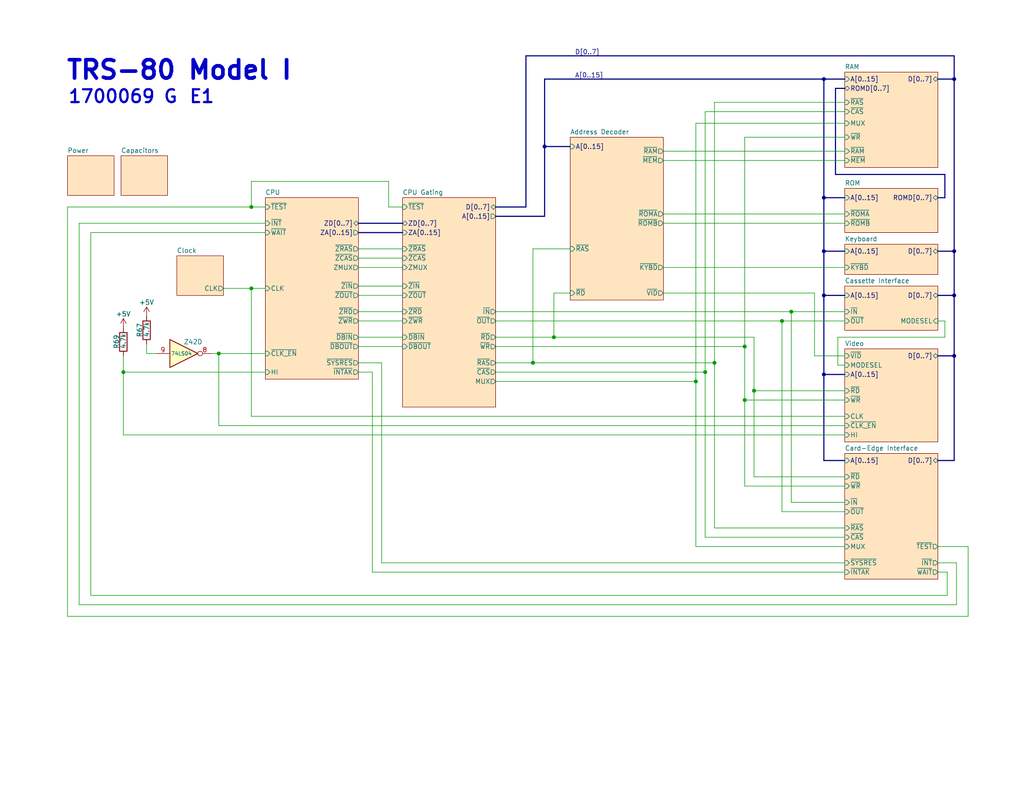
<source format=kicad_sch>
(kicad_sch (version 20230121) (generator eeschema)
  (paper "USLetter")
  (title_block (title "TRS-80 Model I G") (date "2023-12-21") (rev "E1B") (company "RetroStack - Marcel Erz") (comment 2 "Full overview of the system") (comment 4 "System Overview"))
  (lib_symbols
    (symbol "74xx:74LS04"
      (property "Reference" "U" (at 0 1.27 0))
      (property "Value" "74LS04" (at 0 -1.27 0))
      (symbol "74LS04_1_0"
        (polyline (pts (xy -3.81 3.81) (xy -3.81 -3.81) (xy 3.81 0) (xy -3.81 3.81)) (stroke (width 0.254)) (fill (type background)))
        (pin input line (at -7.62 0 0) (length 3.81) (name "~") (number "1"))
        (pin output inverted (at 7.62 0 180) (length 3.81) (name "~") (number "2"))
      )
      (symbol "74LS04_2_0"
        (polyline (pts (xy -3.81 3.81) (xy -3.81 -3.81) (xy 3.81 0) (xy -3.81 3.81)) (stroke (width 0.254)) (fill (type background)))
        (pin input line (at -7.62 0 0) (length 3.81) (name "~") (number "3"))
        (pin output inverted (at 7.62 0 180) (length 3.81) (name "~") (number "4"))
      )
      (symbol "74LS04_3_0"
        (polyline (pts (xy -3.81 3.81) (xy -3.81 -3.81) (xy 3.81 0) (xy -3.81 3.81)) (stroke (width 0.254)) (fill (type background)))
        (pin input line (at -7.62 0 0) (length 3.81) (name "~") (number "5"))
        (pin output inverted (at 7.62 0 180) (length 3.81) (name "~") (number "6"))
      )
      (symbol "74LS04_4_0"
        (polyline (pts (xy -3.81 3.81) (xy -3.81 -3.81) (xy 3.81 0) (xy -3.81 3.81)) (stroke (width 0.254)) (fill (type background)))
        (pin output inverted (at 7.62 0 180) (length 3.81) (name "~") (number "8"))
        (pin input line (at -7.62 0 0) (length 3.81) (name "~") (number "9"))
      )
      (symbol "74LS04_5_0"
        (polyline (pts (xy -3.81 3.81) (xy -3.81 -3.81) (xy 3.81 0) (xy -3.81 3.81)) (stroke (width 0.254)) (fill (type background)))
        (pin output inverted (at 7.62 0 180) (length 3.81) (name "~") (number "10"))
        (pin input line (at -7.62 0 0) (length 3.81) (name "~") (number "11"))
      )
      (symbol "74LS04_6_0"
        (polyline (pts (xy -3.81 3.81) (xy -3.81 -3.81) (xy 3.81 0) (xy -3.81 3.81)) (stroke (width 0.254)) (fill (type background)))
        (pin output inverted (at 7.62 0 180) (length 3.81) (name "~") (number "12"))
        (pin input line (at -7.62 0 0) (length 3.81) (name "~") (number "13"))
      )
      (symbol "74LS04_7_0"
        (pin power_in line (at 0 12.7 270) (length 5.08) (name "VCC") (number "14"))
        (pin power_in line (at 0 -12.7 90) (length 5.08) (name "GND") (number "7"))
      )
      (symbol "74LS04_7_1"
        (rectangle (start -5.08 7.62) (end 5.08 -7.62) (stroke (width 0.254)) (fill (type background)))
      )
    )
    (symbol "Device:R" (pin_numbers hide) (pin_names (offset 0))
      (property "Reference" "R" (at 2.032 0 90))
      (property "Value" "R" (at 0 0 90))
      (symbol "R_0_1"
        (rectangle (start -1.016 -2.54) (end 1.016 2.54) (stroke (width 0.254)))
      )
      (symbol "R_1_1"
        (pin passive line (at 0 3.81 270) (length 1.27) (name "~") (number "1"))
        (pin passive line (at 0 -3.81 90) (length 1.27) (name "~") (number "2"))
      )
    )
    (symbol "power:+5V" (power) (pin_names (offset 0))
      (property "Value" "+5V" (at 0 3.556 0))
      (symbol "+5V_0_1"
        (polyline (pts (xy -0.762 1.27) (xy 0 2.54)))
        (polyline (pts (xy 0 0) (xy 0 2.54)))
        (polyline (pts (xy 0 2.54) (xy 0.762 1.27)))
      )
      (symbol "+5V_1_1"
        (pin power_in line (at 0 0 90) (length 0) hide (name "+5V") (number "1"))
      )
    )
  )
  (junction (at 260.35 97.155))
  (junction (at 224.79 102.235))
  (junction (at 224.79 21.59))
  (junction (at 194.945 99.06))
  (junction (at 148.59 40.005))
  (junction (at 224.79 53.975))
  (junction (at 224.79 68.58))
  (junction (at 145.415 99.06))
  (junction (at 260.35 21.59))
  (junction (at 203.2 109.22))
  (junction (at 203.2 94.615))
  (junction (at 68.58 78.74))
  (junction (at 205.74 106.68))
  (junction (at 33.655 101.6))
  (junction (at 189.865 104.14))
  (junction (at 151.13 92.075))
  (junction (at 192.405 101.6))
  (junction (at 59.69 96.52))
  (junction (at 213.36 87.63))
  (junction (at 260.35 80.645))
  (junction (at 224.79 80.645))
  (junction (at 215.9 85.09))
  (junction (at 260.35 68.58))
  (junction (at 68.58 56.515))
  (wire (pts (xy 60.96 78.74) (xy 68.58 78.74)))
  (wire (pts (xy 68.58 49.53) (xy 68.58 56.515)))
  (bus (pts (xy 135.255 59.055) (xy 148.59 59.055)))
  (wire (pts (xy 97.79 73.025) (xy 109.855 73.025)))
  (wire (pts (xy 230.505 132.715) (xy 203.2 132.715)))
  (wire (pts (xy 205.74 130.175) (xy 205.74 106.68)))
  (wire (pts (xy 222.25 80.01) (xy 222.25 97.155)))
  (wire (pts (xy 213.36 139.7) (xy 213.36 87.63)))
  (wire (pts (xy 97.79 85.09) (xy 109.855 85.09)))
  (wire (pts (xy 135.255 99.06) (xy 145.415 99.06)))
  (wire (pts (xy 258.445 156.21) (xy 258.445 162.56)))
  (bus (pts (xy 97.79 60.96) (xy 109.855 60.96)))
  (bus (pts (xy 255.905 80.645) (xy 260.35 80.645)))
  (bus (pts (xy 224.79 102.235) (xy 224.79 125.73)))
  (wire (pts (xy 203.2 132.715) (xy 203.2 109.22)))
  (wire (pts (xy 192.405 30.48) (xy 230.505 30.48)))
  (bus (pts (xy 224.79 21.59) (xy 224.79 53.975)))
  (bus (pts (xy 143.51 15.24) (xy 143.51 56.515)))
  (wire (pts (xy 230.505 130.175) (xy 205.74 130.175)))
  (wire (pts (xy 106.045 56.515) (xy 109.855 56.515)))
  (bus (pts (xy 224.79 102.235) (xy 230.505 102.235)))
  (wire (pts (xy 228.6 99.695) (xy 230.505 99.695)))
  (wire (pts (xy 255.905 153.67) (xy 260.985 153.67)))
  (wire (pts (xy 97.79 99.06) (xy 104.14 99.06)))
  (wire (pts (xy 106.045 56.515) (xy 106.045 49.53)))
  (wire (pts (xy 21.59 165.1) (xy 21.59 60.96)))
  (bus (pts (xy 224.79 53.975) (xy 224.79 68.58)))
  (wire (pts (xy 97.79 70.485) (xy 109.855 70.485)))
  (wire (pts (xy 145.415 67.945) (xy 145.415 99.06)))
  (wire (pts (xy 203.2 94.615) (xy 203.2 37.465)))
  (wire (pts (xy 230.505 116.205) (xy 59.69 116.205)))
  (bus (pts (xy 148.59 21.59) (xy 148.59 40.005)))
  (wire (pts (xy 205.74 106.68) (xy 205.74 92.075)))
  (wire (pts (xy 106.045 49.53) (xy 68.58 49.53)))
  (wire (pts (xy 135.255 85.09) (xy 215.9 85.09)))
  (wire (pts (xy 68.58 56.515) (xy 72.39 56.515)))
  (wire (pts (xy 230.505 137.16) (xy 215.9 137.16)))
  (wire (pts (xy 145.415 99.06) (xy 194.945 99.06)))
  (wire (pts (xy 97.79 80.645) (xy 109.855 80.645)))
  (wire (pts (xy 203.2 37.465) (xy 230.505 37.465)))
  (wire (pts (xy 222.25 97.155) (xy 230.505 97.155)))
  (wire (pts (xy 68.58 78.74) (xy 68.58 113.665)))
  (wire (pts (xy 59.69 96.52) (xy 59.69 116.205)))
  (wire (pts (xy 180.975 41.275) (xy 230.505 41.275)))
  (wire (pts (xy 192.405 101.6) (xy 192.405 146.685)))
  (wire (pts (xy 97.79 87.63) (xy 109.855 87.63)))
  (bus (pts (xy 257.81 53.975) (xy 257.81 47.625)))
  (wire (pts (xy 180.975 58.42) (xy 230.505 58.42)))
  (wire (pts (xy 194.945 99.06) (xy 194.945 144.145)))
  (wire (pts (xy 264.16 168.275) (xy 18.415 168.275)))
  (bus (pts (xy 148.59 40.005) (xy 148.59 59.055)))
  (wire (pts (xy 189.865 33.655) (xy 230.505 33.655)))
  (wire (pts (xy 97.79 78.105) (xy 109.855 78.105)))
  (wire (pts (xy 180.975 60.96) (xy 230.505 60.96)))
  (wire (pts (xy 230.505 146.685) (xy 192.405 146.685)))
  (wire (pts (xy 257.81 92.075) (xy 228.6 92.075)))
  (wire (pts (xy 68.58 78.74) (xy 72.39 78.74)))
  (wire (pts (xy 40.005 96.52) (xy 40.005 93.98)))
  (wire (pts (xy 189.865 33.655) (xy 189.865 104.14)))
  (bus (pts (xy 260.35 68.58) (xy 260.35 80.645)))
  (bus (pts (xy 224.79 80.645) (xy 230.505 80.645)))
  (wire (pts (xy 230.505 153.67) (xy 104.14 153.67)))
  (wire (pts (xy 101.6 156.21) (xy 101.6 101.6)))
  (wire (pts (xy 59.69 96.52) (xy 72.39 96.52)))
  (bus (pts (xy 255.905 97.155) (xy 260.35 97.155)))
  (bus (pts (xy 224.79 21.59) (xy 230.505 21.59)))
  (wire (pts (xy 180.975 73.025) (xy 230.505 73.025)))
  (bus (pts (xy 97.79 63.5) (xy 109.855 63.5)))
  (bus (pts (xy 224.79 80.645) (xy 224.79 102.235)))
  (wire (pts (xy 135.255 87.63) (xy 213.36 87.63)))
  (bus (pts (xy 230.505 125.73) (xy 224.79 125.73)))
  (bus (pts (xy 255.905 53.975) (xy 257.81 53.975)))
  (wire (pts (xy 21.59 60.96) (xy 72.39 60.96)))
  (bus (pts (xy 260.35 15.24) (xy 260.35 21.59)))
  (wire (pts (xy 194.945 27.94) (xy 230.505 27.94)))
  (bus (pts (xy 148.59 40.005) (xy 155.575 40.005)))
  (bus (pts (xy 227.965 47.625) (xy 227.965 24.13)))
  (wire (pts (xy 145.415 67.945) (xy 155.575 67.945)))
  (wire (pts (xy 260.985 165.1) (xy 21.59 165.1)))
  (wire (pts (xy 40.005 96.52) (xy 42.545 96.52)))
  (wire (pts (xy 189.865 149.225) (xy 230.505 149.225)))
  (bus (pts (xy 143.51 15.24) (xy 260.35 15.24)))
  (wire (pts (xy 97.79 101.6) (xy 101.6 101.6)))
  (wire (pts (xy 189.865 104.14) (xy 189.865 149.225)))
  (wire (pts (xy 215.9 85.09) (xy 230.505 85.09)))
  (wire (pts (xy 260.985 153.67) (xy 260.985 165.1)))
  (bus (pts (xy 143.51 56.515) (xy 135.255 56.515)))
  (bus (pts (xy 255.905 21.59) (xy 260.35 21.59)))
  (wire (pts (xy 135.255 101.6) (xy 192.405 101.6)))
  (wire (pts (xy 135.255 94.615) (xy 203.2 94.615)))
  (bus (pts (xy 260.35 21.59) (xy 260.35 68.58)))
  (bus (pts (xy 227.965 24.13) (xy 230.505 24.13)))
  (wire (pts (xy 257.81 87.63) (xy 257.81 92.075)))
  (wire (pts (xy 57.785 96.52) (xy 59.69 96.52)))
  (bus (pts (xy 148.59 21.59) (xy 224.79 21.59)))
  (wire (pts (xy 33.655 97.155) (xy 33.655 101.6)))
  (wire (pts (xy 213.36 87.63) (xy 230.505 87.63)))
  (wire (pts (xy 203.2 109.22) (xy 203.2 94.615)))
  (wire (pts (xy 104.14 153.67) (xy 104.14 99.06)))
  (bus (pts (xy 224.79 68.58) (xy 230.505 68.58)))
  (bus (pts (xy 224.79 68.58) (xy 224.79 80.645)))
  (wire (pts (xy 151.13 80.01) (xy 151.13 92.075)))
  (wire (pts (xy 215.9 137.16) (xy 215.9 85.09)))
  (bus (pts (xy 255.905 68.58) (xy 260.35 68.58)))
  (wire (pts (xy 255.905 87.63) (xy 257.81 87.63)))
  (wire (pts (xy 228.6 92.075) (xy 228.6 99.695)))
  (wire (pts (xy 230.505 156.21) (xy 101.6 156.21)))
  (wire (pts (xy 258.445 162.56) (xy 24.765 162.56)))
  (wire (pts (xy 194.945 27.94) (xy 194.945 99.06)))
  (wire (pts (xy 135.255 104.14) (xy 189.865 104.14)))
  (bus (pts (xy 260.35 80.645) (xy 260.35 97.155)))
  (wire (pts (xy 230.505 113.665) (xy 68.58 113.665)))
  (bus (pts (xy 224.79 53.975) (xy 230.505 53.975)))
  (wire (pts (xy 24.765 162.56) (xy 24.765 63.5)))
  (wire (pts (xy 33.655 101.6) (xy 33.655 118.745)))
  (wire (pts (xy 264.16 149.225) (xy 264.16 168.275)))
  (wire (pts (xy 18.415 56.515) (xy 68.58 56.515)))
  (wire (pts (xy 151.13 92.075) (xy 205.74 92.075)))
  (wire (pts (xy 255.905 149.225) (xy 264.16 149.225)))
  (bus (pts (xy 257.81 47.625) (xy 227.965 47.625)))
  (wire (pts (xy 192.405 30.48) (xy 192.405 101.6)))
  (wire (pts (xy 18.415 168.275) (xy 18.415 56.515)))
  (bus (pts (xy 255.905 125.73) (xy 260.35 125.73)))
  (bus (pts (xy 260.35 97.155) (xy 260.35 125.73)))
  (wire (pts (xy 97.79 67.945) (xy 109.855 67.945)))
  (wire (pts (xy 33.655 101.6) (xy 72.39 101.6)))
  (wire (pts (xy 97.79 92.075) (xy 109.855 92.075)))
  (wire (pts (xy 97.79 94.615) (xy 109.855 94.615)))
  (wire (pts (xy 255.905 156.21) (xy 258.445 156.21)))
  (wire (pts (xy 230.505 118.745) (xy 33.655 118.745)))
  (wire (pts (xy 180.975 43.815) (xy 230.505 43.815)))
  (wire (pts (xy 180.975 80.01) (xy 222.25 80.01)))
  (wire (pts (xy 230.505 139.7) (xy 213.36 139.7)))
  (wire (pts (xy 230.505 144.145) (xy 194.945 144.145)))
  (wire (pts (xy 135.255 92.075) (xy 151.13 92.075)))
  (wire (pts (xy 155.575 80.01) (xy 151.13 80.01)))
  (wire (pts (xy 203.2 109.22) (xy 230.505 109.22)))
  (wire (pts (xy 24.765 63.5) (xy 72.39 63.5)))
  (wire (pts (xy 205.74 106.68) (xy 230.505 106.68)))
  (text "E1" (at 51.435 28.575 0) (effects (font (size 3.5 3.5) (thickness 0.6) bold) (justify left bottom)))
  (text "TRS-80 Model I" (at 17.78 22.225 0) (effects (font (size 5 5) (thickness 1) bold) (justify left bottom)))
  (text "1700069 G" (at 18.415 28.575 0) (effects (font (size 3.5 3.5) (thickness 0.6) bold) (justify left bottom)))
  (label "A[0..15]" (at 156.845 21.59 0))
  (label "D[0..7]" (at 156.845 15.24 0))
  (symbol (lib_id "Device:R") (at 40.005 90.17 0) (unit 1)
    (property "Reference" "R67" (at 38.1 92.075 90) (effects (justify left)))
    (property "Value" "4.7k" (at 40.005 92.075 90) (effects (justify left)))
    (property "Footprint" "RetroStackLibrary:TRS80_Model_I_R_0.25W" (effects hide))
  )
  (symbol (lib_id "power:+5V") (at 40.005 86.36 0) (unit 1)
    (property "Reference" "#PWR05" (effects hide))
    (property "Value" "+5V" (at 40.005 82.55 0))
  )
  (symbol (lib_id "power:+5V") (at 33.655 89.535 0) (unit 1)
    (property "Reference" "#PWR020" (effects hide))
    (property "Value" "+5V" (at 33.655 85.725 0))
  )
  (symbol (lib_id "Device:R") (at 33.655 93.345 0) (unit 1)
    (property "Reference" "R69" (at 31.75 95.25 90) (effects (justify left)))
    (property "Value" "4.7k" (at 33.655 95.25 90) (effects (justify left)))
    (property "Footprint" "RetroStackLibrary:TRS80_Model_I_R_0.25W" (effects hide))
  )
  (symbol (lib_id "74xx:74LS04") (at 50.165 96.52 0) (unit 4)
    (property "Reference" "Z42" (at 52.705 93.345 0))
    (property "Value" "74LS04" (at 49.53 96.52 0) (effects (font (size 1 1))))
    (property "Footprint" "RetroStackLibrary:TRS80_Model_I_DIP14" (effects hide))
    (property "Datasheet" "http://www.ti.com/lit/gpn/sn74LS04" (effects hide))
  )
  (sheet (at 72.39 53.975) (size 25.4 49.53) (stroke (width 0.1524)) (fill (color 255 229 191 1.0000))
    (property "Sheetname" "CPU" (at 72.39 53.2634 0) (effects (justify left bottom)))
    (property "Sheetfile" "CPU.kicad_sch" (effects hide))
    (pin "~{INT}" input (at 72.39 60.96 180))
    (pin "~{TEST}" input (at 72.39 56.515 180))
    (pin "~{INTAK}" output (at 97.79 101.6 0))
    (pin "HI" input (at 72.39 101.6 180))
    (pin "ZMUX" output (at 97.79 73.025 0))
    (pin "~{ZCAS}" output (at 97.79 70.485 0))
    (pin "ZD[0..7]" bidirectional (at 97.79 60.96 0))
    (pin "CLK" input (at 72.39 78.74 180))
    (pin "~{CLK_EN}" input (at 72.39 96.52 180))
    (pin "~{SYSRES}" output (at 97.79 99.06 0))
    (pin "ZA[0..15]" output (at 97.79 63.5 0))
    (pin "~{WAIT}" input (at 72.39 63.5 180))
    (pin "~{DBOUT}" output (at 97.79 94.615 0))
    (pin "~{DBIN}" output (at 97.79 92.075 0))
    (pin "~{ZOUT}" output (at 97.79 80.645 0))
    (pin "~{ZWR}" output (at 97.79 87.63 0))
    (pin "~{ZRD}" output (at 97.79 85.09 0))
    (pin "~{ZIN}" output (at 97.79 78.105 0))
    (pin "~{ZRAS}" output (at 97.79 67.945 0))
  )
  (sheet (at 230.505 95.25) (size 25.4 25.4) (stroke (width 0.1524)) (fill (color 255 229 191 1.0000))
    (property "Sheetname" "Video" (at 230.505 94.5384 0) (effects (justify left bottom)))
    (property "Sheetfile" "Video.kicad_sch" (effects hide))
    (pin "A[0..15]" input (at 230.505 102.235 180))
    (pin "MODESEL" input (at 230.505 99.695 180))
    (pin "HI" input (at 230.505 118.745 180))
    (pin "~{CLK_EN}" input (at 230.505 116.205 180))
    (pin "CLK" input (at 230.505 113.665 180))
    (pin "~{RD}" input (at 230.505 106.68 180))
    (pin "~{VID}" input (at 230.505 97.155 180))
    (pin "~{WR}" input (at 230.505 109.22 180))
    (pin "D[0..7]" bidirectional (at 255.905 97.155 0))
  )
  (sheet (at 48.26 69.85) (size 12.7 10.795) (stroke (width 0.1524)) (fill (color 255 229 191 1.0000))
    (property "Sheetname" "Clock" (at 48.26 69.1384 0) (effects (justify left bottom)))
    (property "Sheetfile" "Clock.kicad_sch" (effects hide))
    (pin "CLK" output (at 60.96 78.74 0))
  )
  (sheet (at 230.505 19.685) (size 25.4 26.035) (stroke (width 0.1524)) (fill (color 255 229 191 1.0000))
    (property "Sheetname" "RAM" (at 230.505 18.9734 0) (effects (justify left bottom)))
    (property "Sheetfile" "RAM.kicad_sch" (effects hide))
    (pin "~{WR}" input (at 230.505 37.465 180))
    (pin "~{RAM}" input (at 230.505 41.275 180))
    (pin "D[0..7]" bidirectional (at 255.905 21.59 0))
    (pin "A[0..15]" input (at 230.505 21.59 180))
    (pin "~{CAS}" input (at 230.505 30.48 180))
    (pin "MUX" input (at 230.505 33.655 180))
    (pin "~{RAS}" input (at 230.505 27.94 180))
    (pin "~{MEM}" input (at 230.505 43.815 180))
    (pin "ROMD[0..7]" tri_state (at 230.505 24.13 180))
  )
  (sheet (at 230.505 78.105) (size 25.4 12.065) (stroke (width 0.1524)) (fill (color 255 229 191 1.0000))
    (property "Sheetname" "Cassette Interface" (at 230.505 77.3934 0) (effects (justify left bottom)))
    (property "Sheetfile" "Cassette.kicad_sch" (effects hide))
    (pin "A[0..15]" input (at 230.505 80.645 180))
    (pin "~{OUT}" input (at 230.505 87.63 180))
    (pin "~{IN}" input (at 230.505 85.09 180))
    (pin "D[0..7]" bidirectional (at 255.905 80.645 0))
    (pin "MODESEL" input (at 255.905 87.63 0))
  )
  (sheet (at 230.505 51.435) (size 25.4 12.065) (stroke (width 0.1524)) (fill (color 255 229 191 1.0000))
    (property "Sheetname" "ROM" (at 230.505 50.7234 0) (effects (justify left bottom)))
    (property "Sheetfile" "ROM.kicad_sch" (effects hide))
    (pin "ROMD[0..7]" tri_state (at 255.905 53.975 0))
    (pin "~{ROMA}" input (at 230.505 58.42 180))
    (pin "A[0..15]" input (at 230.505 53.975 180))
    (pin "~{ROMB}" input (at 230.505 60.96 180))
  )
  (sheet (at 33.02 42.545) (size 12.7 10.795) (stroke (width 0.1524)) (fill (color 255 229 191 1.0000))
    (property "Sheetname" "Capacitors" (at 33.02 41.8334 0) (effects (justify left bottom)))
    (property "Sheetfile" "Capacitors.kicad_sch" (effects hide))
  )
  (sheet (at 155.575 37.465) (size 25.4 44.45) (stroke (width 0.1524)) (fill (color 255 229 191 1.0000))
    (property "Sheetname" "Address Decoder" (at 155.575 36.7534 0) (effects (justify left bottom)))
    (property "Sheetfile" "AddressDecoder.kicad_sch" (effects hide))
    (pin "~{VID}" output (at 180.975 80.01 0))
    (pin "~{KYBD}" output (at 180.975 73.025 0))
    (pin "~{ROMB}" output (at 180.975 60.96 0))
    (pin "~{RAM}" output (at 180.975 41.275 0))
    (pin "~{MEM}" output (at 180.975 43.815 0))
    (pin "~{RD}" input (at 155.575 80.01 180))
    (pin "~{RAS}" input (at 155.575 67.945 180))
    (pin "~{ROMA}" output (at 180.975 58.42 0))
    (pin "A[0..15]" input (at 155.575 40.005 180))
  )
  (sheet (at 230.505 66.675) (size 25.4 8.255) (stroke (width 0.1524)) (fill (color 255 229 191 1.0000))
    (property "Sheetname" "Keyboard" (at 230.505 65.9634 0) (effects (justify left bottom)))
    (property "Sheetfile" "Keyboard.kicad_sch" (effects hide))
    (pin "~{KYBD}" input (at 230.505 73.025 180))
    (pin "D[0..7]" bidirectional (at 255.905 68.58 0))
    (pin "A[0..15]" input (at 230.505 68.58 180))
  )
  (sheet (at 230.505 123.825) (size 25.4 34.29) (stroke (width 0.1524)) (fill (color 255 229 191 1.0000))
    (property "Sheetname" "Card-Edge Interface" (at 230.505 123.1134 0) (effects (justify left bottom)))
    (property "Sheetfile" "CardEdgeInterface.kicad_sch" (effects hide))
    (pin "~{RAS}" input (at 230.505 144.145 180))
    (pin "~{CAS}" input (at 230.505 146.685 180))
    (pin "~{SYSRES}" input (at 230.505 153.67 180))
    (pin "~{INTAK}" input (at 230.505 156.21 180))
    (pin "~{OUT}" input (at 230.505 139.7 180))
    (pin "MUX" input (at 230.505 149.225 180))
    (pin "~{RD}" input (at 230.505 130.175 180))
    (pin "~{WR}" input (at 230.505 132.715 180))
    (pin "A[0..15]" input (at 230.505 125.73 180))
    (pin "D[0..7]" bidirectional (at 255.905 125.73 0))
    (pin "~{IN}" input (at 230.505 137.16 180))
    (pin "~{WAIT}" output (at 255.905 156.21 0))
    (pin "~{INT}" output (at 255.905 153.67 0))
    (pin "~{TEST}" output (at 255.905 149.225 0))
  )
  (sheet (at 109.855 53.975) (size 25.4 57.15) (stroke (width 0.1524)) (fill (color 255 229 191 1.0000))
    (property "Sheetname" "CPU Gating" (at 109.855 53.2634 0) (effects (justify left bottom)))
    (property "Sheetfile" "CPUGating.kicad_sch" (effects hide))
    (pin "ZA[0..15]" input (at 109.855 63.5 180))
    (pin "~{TEST}" input (at 109.855 56.515 180))
    (pin "A[0..15]" output (at 135.255 59.055 0))
    (pin "~{RD}" output (at 135.255 92.075 0))
    (pin "~{WR}" output (at 135.255 94.615 0))
    (pin "~{ZRD}" input (at 109.855 85.09 180))
    (pin "~{ZWR}" input (at 109.855 87.63 180))
    (pin "~{ZCAS}" input (at 109.855 70.485 180))
    (pin "ZMUX" input (at 109.855 73.025 180))
    (pin "~{IN}" output (at 135.255 85.09 0))
    (pin "~{ZIN}" input (at 109.855 78.105 180))
    (pin "~{OUT}" output (at 135.255 87.63 0))
    (pin "~{ZOUT}" input (at 109.855 80.645 180))
    (pin "MUX" output (at 135.255 104.14 0))
    (pin "~{CAS}" output (at 135.255 101.6 0))
    (pin "~{DBOUT}" input (at 109.855 94.615 180))
    (pin "ZD[0..7]" bidirectional (at 109.855 60.96 180))
    (pin "~{DBIN}" input (at 109.855 92.075 180))
    (pin "D[0..7]" bidirectional (at 135.255 56.515 0))
    (pin "~{ZRAS}" input (at 109.855 67.945 180))
    (pin "~{RAS}" output (at 135.255 99.06 0))
  )
  (sheet (at 18.415 42.545) (size 12.7 10.795) (stroke (width 0.1524)) (fill (color 255 229 191 1.0000))
    (property "Sheetname" "Power" (at 18.415 41.8334 0) (effects (justify left bottom)))
    (property "Sheetfile" "Power.kicad_sch" (effects hide))
  )
)
</source>
